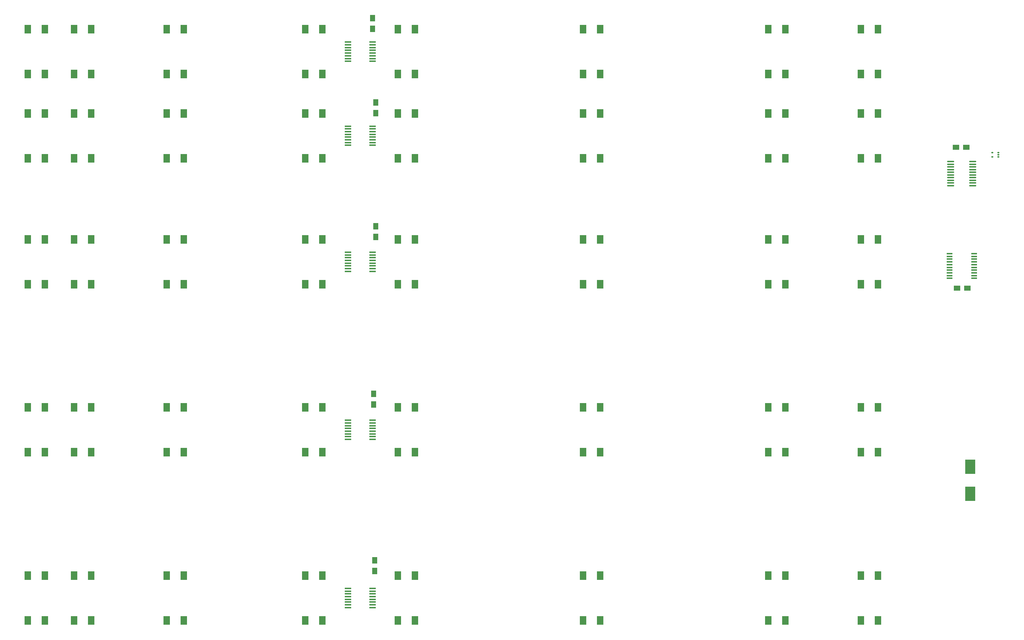
<source format=gtp>
G04 #@! TF.FileFunction,Paste,Top*
%FSLAX46Y46*%
G04 Gerber Fmt 4.6, Leading zero omitted, Abs format (unit mm)*
G04 Created by KiCad (PCBNEW no-vcs-found-product) date Seg 25 Abr 2016 23:01:13 BRT*
%MOMM*%
G01*
G04 APERTURE LIST*
%ADD10C,0.100000*%
%ADD11R,1.500000X1.250000*%
%ADD12R,2.400300X3.500120*%
%ADD13R,1.250000X1.500000*%
%ADD14R,1.600000X2.100000*%
%ADD15R,1.450000X0.450000*%
%ADD16O,1.658620X0.408940*%
%ADD17O,0.657860X0.299720*%
%ADD18R,1.500000X0.450000*%
G04 APERTURE END LIST*
D10*
D11*
X286360000Y-116280000D03*
X283860000Y-116280000D03*
D12*
X287000000Y-158748800D03*
X287000000Y-165251200D03*
D11*
X283606000Y-82752000D03*
X286106000Y-82752000D03*
D13*
X144902000Y-54538000D03*
X144902000Y-52038000D03*
X145664000Y-74584000D03*
X145664000Y-72084000D03*
X145664000Y-104068000D03*
X145664000Y-101568000D03*
X145156000Y-143946000D03*
X145156000Y-141446000D03*
X145410000Y-183570000D03*
X145410000Y-181070000D03*
D14*
X62968000Y-54666000D03*
X67032000Y-54666000D03*
X62968000Y-65334000D03*
X67032000Y-65334000D03*
X73968000Y-54666000D03*
X78032000Y-54666000D03*
X73968000Y-65334000D03*
X78032000Y-65334000D03*
X95968000Y-54666000D03*
X100032000Y-54666000D03*
X95968000Y-65334000D03*
X100032000Y-65334000D03*
X128968000Y-54666000D03*
X133032000Y-54666000D03*
X128968000Y-65334000D03*
X133032000Y-65334000D03*
X150968000Y-54666000D03*
X155032000Y-54666000D03*
X150968000Y-65334000D03*
X155032000Y-65334000D03*
X194968000Y-54666000D03*
X199032000Y-54666000D03*
X194968000Y-65334000D03*
X199032000Y-65334000D03*
X238968000Y-54666000D03*
X243032000Y-54666000D03*
X238968000Y-65334000D03*
X243032000Y-65334000D03*
X260968000Y-54666000D03*
X265032000Y-54666000D03*
X260968000Y-65334000D03*
X265032000Y-65334000D03*
X62968000Y-74666000D03*
X67032000Y-74666000D03*
X62968000Y-85334000D03*
X67032000Y-85334000D03*
X73968000Y-74666000D03*
X78032000Y-74666000D03*
X73968000Y-85334000D03*
X78032000Y-85334000D03*
X95968000Y-74666000D03*
X100032000Y-74666000D03*
X95968000Y-85334000D03*
X100032000Y-85334000D03*
X128968000Y-74666000D03*
X133032000Y-74666000D03*
X128968000Y-85334000D03*
X133032000Y-85334000D03*
X150968000Y-74666000D03*
X155032000Y-74666000D03*
X150968000Y-85334000D03*
X155032000Y-85334000D03*
X194968000Y-74666000D03*
X199032000Y-74666000D03*
X194968000Y-85334000D03*
X199032000Y-85334000D03*
X238968000Y-74666000D03*
X243032000Y-74666000D03*
X238968000Y-85334000D03*
X243032000Y-85334000D03*
X260968000Y-74666000D03*
X265032000Y-74666000D03*
X260968000Y-85334000D03*
X265032000Y-85334000D03*
X62968000Y-104666000D03*
X67032000Y-104666000D03*
X62968000Y-115334000D03*
X67032000Y-115334000D03*
X73968000Y-104666000D03*
X78032000Y-104666000D03*
X73968000Y-115334000D03*
X78032000Y-115334000D03*
X95968000Y-104666000D03*
X100032000Y-104666000D03*
X95968000Y-115334000D03*
X100032000Y-115334000D03*
X128968000Y-104666000D03*
X133032000Y-104666000D03*
X128968000Y-115334000D03*
X133032000Y-115334000D03*
X150968000Y-104666000D03*
X155032000Y-104666000D03*
X150968000Y-115334000D03*
X155032000Y-115334000D03*
X194968000Y-104666000D03*
X199032000Y-104666000D03*
X194968000Y-115334000D03*
X199032000Y-115334000D03*
X238968000Y-104666000D03*
X243032000Y-104666000D03*
X238968000Y-115334000D03*
X243032000Y-115334000D03*
X260968000Y-104666000D03*
X265032000Y-104666000D03*
X260968000Y-115334000D03*
X265032000Y-115334000D03*
X62968000Y-144666000D03*
X67032000Y-144666000D03*
X62968000Y-155334000D03*
X67032000Y-155334000D03*
X73968000Y-144666000D03*
X78032000Y-144666000D03*
X73968000Y-155334000D03*
X78032000Y-155334000D03*
X95968000Y-144666000D03*
X100032000Y-144666000D03*
X95968000Y-155334000D03*
X100032000Y-155334000D03*
X128968000Y-144666000D03*
X133032000Y-144666000D03*
X128968000Y-155334000D03*
X133032000Y-155334000D03*
X150968000Y-144666000D03*
X155032000Y-144666000D03*
X150968000Y-155334000D03*
X155032000Y-155334000D03*
X194968000Y-144666000D03*
X199032000Y-144666000D03*
X194968000Y-155334000D03*
X199032000Y-155334000D03*
X238968000Y-144666000D03*
X243032000Y-144666000D03*
X238968000Y-155334000D03*
X243032000Y-155334000D03*
X260968000Y-144666000D03*
X265032000Y-144666000D03*
X260968000Y-155334000D03*
X265032000Y-155334000D03*
X62968000Y-184666000D03*
X67032000Y-184666000D03*
X62968000Y-195334000D03*
X67032000Y-195334000D03*
X73968000Y-184666000D03*
X78032000Y-184666000D03*
X73968000Y-195334000D03*
X78032000Y-195334000D03*
X95968000Y-184666000D03*
X100032000Y-184666000D03*
X95968000Y-195334000D03*
X100032000Y-195334000D03*
X128968000Y-184666000D03*
X133032000Y-184666000D03*
X128968000Y-195334000D03*
X133032000Y-195334000D03*
X150968000Y-184666000D03*
X155032000Y-184666000D03*
X150968000Y-195334000D03*
X155032000Y-195334000D03*
X194968000Y-184666000D03*
X199032000Y-184666000D03*
X194968000Y-195334000D03*
X199032000Y-195334000D03*
X238968000Y-184666000D03*
X243032000Y-184666000D03*
X238968000Y-195334000D03*
X243032000Y-195334000D03*
X260968000Y-184666000D03*
X265032000Y-184666000D03*
X260968000Y-195334000D03*
X265032000Y-195334000D03*
D15*
X282050000Y-108075000D03*
X282050000Y-108725000D03*
X282050000Y-109375000D03*
X282050000Y-110025000D03*
X282050000Y-110675000D03*
X282050000Y-111325000D03*
X282050000Y-111975000D03*
X282050000Y-112625000D03*
X282050000Y-113275000D03*
X282050000Y-113925000D03*
X287950000Y-113925000D03*
X287950000Y-113275000D03*
X287950000Y-112625000D03*
X287950000Y-111975000D03*
X287950000Y-111325000D03*
X287950000Y-110675000D03*
X287950000Y-110025000D03*
X287950000Y-109375000D03*
X287950000Y-108725000D03*
X287950000Y-108075000D03*
D16*
X282371100Y-86142500D03*
X282371100Y-86777500D03*
X282371100Y-87412500D03*
X282371100Y-88047500D03*
X282371100Y-88682500D03*
X282371100Y-89317500D03*
X282371100Y-89952500D03*
X282371100Y-90587500D03*
X282371100Y-91222500D03*
X282371100Y-91857500D03*
X287628900Y-91857500D03*
X287628900Y-91222500D03*
X287628900Y-90587500D03*
X287628900Y-89952500D03*
X287628900Y-89317500D03*
X287628900Y-88682500D03*
X287628900Y-88047500D03*
X287628900Y-87412500D03*
X287628900Y-86777500D03*
X287628900Y-86142500D03*
D17*
X293718060Y-85027840D03*
X293718060Y-84530000D03*
X293718060Y-84032160D03*
X292249940Y-84032160D03*
X292249940Y-85027840D03*
D18*
X139050000Y-57725000D03*
X139050000Y-58375000D03*
X139050000Y-59025000D03*
X139050000Y-59675000D03*
X139050000Y-60325000D03*
X139050000Y-60975000D03*
X139050000Y-61625000D03*
X139050000Y-62275000D03*
X144950000Y-62275000D03*
X144950000Y-61625000D03*
X144950000Y-60975000D03*
X144950000Y-60325000D03*
X144950000Y-59675000D03*
X144950000Y-59025000D03*
X144950000Y-58375000D03*
X144950000Y-57725000D03*
X139050000Y-77725000D03*
X139050000Y-78375000D03*
X139050000Y-79025000D03*
X139050000Y-79675000D03*
X139050000Y-80325000D03*
X139050000Y-80975000D03*
X139050000Y-81625000D03*
X139050000Y-82275000D03*
X144950000Y-82275000D03*
X144950000Y-81625000D03*
X144950000Y-80975000D03*
X144950000Y-80325000D03*
X144950000Y-79675000D03*
X144950000Y-79025000D03*
X144950000Y-78375000D03*
X144950000Y-77725000D03*
X139050000Y-107725000D03*
X139050000Y-108375000D03*
X139050000Y-109025000D03*
X139050000Y-109675000D03*
X139050000Y-110325000D03*
X139050000Y-110975000D03*
X139050000Y-111625000D03*
X139050000Y-112275000D03*
X144950000Y-112275000D03*
X144950000Y-111625000D03*
X144950000Y-110975000D03*
X144950000Y-110325000D03*
X144950000Y-109675000D03*
X144950000Y-109025000D03*
X144950000Y-108375000D03*
X144950000Y-107725000D03*
X139050000Y-147725000D03*
X139050000Y-148375000D03*
X139050000Y-149025000D03*
X139050000Y-149675000D03*
X139050000Y-150325000D03*
X139050000Y-150975000D03*
X139050000Y-151625000D03*
X139050000Y-152275000D03*
X144950000Y-152275000D03*
X144950000Y-151625000D03*
X144950000Y-150975000D03*
X144950000Y-150325000D03*
X144950000Y-149675000D03*
X144950000Y-149025000D03*
X144950000Y-148375000D03*
X144950000Y-147725000D03*
X139050000Y-187725000D03*
X139050000Y-188375000D03*
X139050000Y-189025000D03*
X139050000Y-189675000D03*
X139050000Y-190325000D03*
X139050000Y-190975000D03*
X139050000Y-191625000D03*
X139050000Y-192275000D03*
X144950000Y-192275000D03*
X144950000Y-191625000D03*
X144950000Y-190975000D03*
X144950000Y-190325000D03*
X144950000Y-189675000D03*
X144950000Y-189025000D03*
X144950000Y-188375000D03*
X144950000Y-187725000D03*
M02*

</source>
